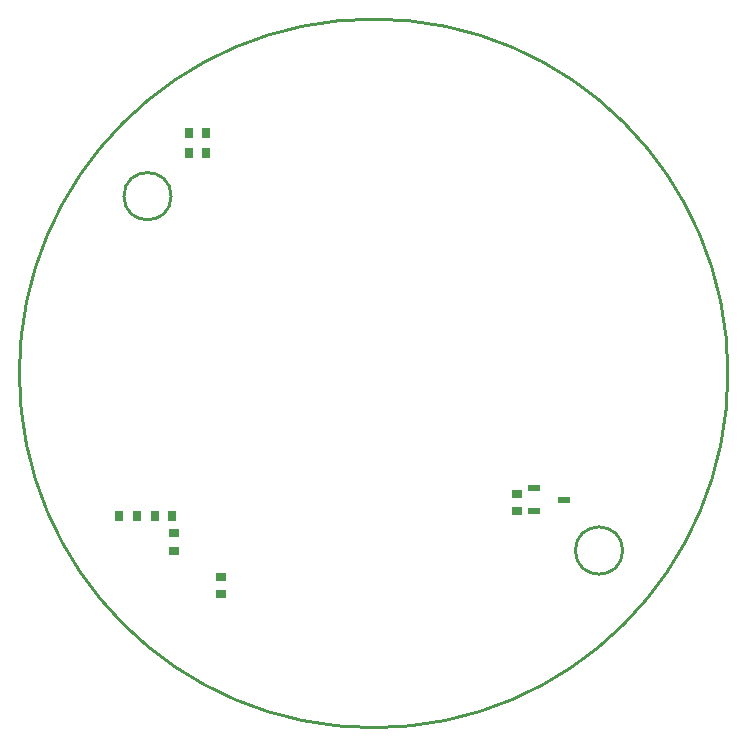
<source format=gbp>
%FSLAX25Y25*%
%MOIN*%
G70*
G01*
G75*
G04 Layer_Color=128*
%ADD10R,0.03937X0.02362*%
%ADD11R,0.03347X0.02756*%
%ADD12R,0.02362X0.03937*%
%ADD13R,0.07874X0.07874*%
%ADD14R,0.02756X0.03347*%
%ADD15O,0.02500X0.05500*%
%ADD16R,0.02500X0.05500*%
%ADD17O,0.03543X0.01969*%
%ADD18R,0.03543X0.01969*%
%ADD19O,0.03543X0.01969*%
%ADD20R,0.04724X0.01969*%
%ADD21O,0.00984X0.04724*%
%ADD22O,0.04724X0.00984*%
%ADD23O,0.04724X0.01772*%
%ADD24O,0.01772X0.04724*%
%ADD25R,0.04724X0.01772*%
%ADD26C,0.06000*%
%ADD27C,0.01000*%
%ADD28C,0.00800*%
%ADD29C,0.05000*%
%ADD30C,0.03000*%
%ADD31C,0.01500*%
%ADD32C,0.02000*%
%ADD33C,0.01200*%
%ADD34C,0.05906*%
%ADD35R,0.05906X0.05906*%
%ADD36P,0.08352X4X200.0*%
%ADD37C,0.06000*%
G04:AMPARAMS|DCode=38|XSize=78.74mil|YSize=118.11mil|CornerRadius=0mil|HoleSize=0mil|Usage=FLASHONLY|Rotation=45.000|XOffset=0mil|YOffset=0mil|HoleType=Round|Shape=Rectangle|*
%AMROTATEDRECTD38*
4,1,4,0.01392,-0.06960,-0.06960,0.01392,-0.01392,0.06960,0.06960,-0.01392,0.01392,-0.06960,0.0*
%
%ADD38ROTATEDRECTD38*%

G04:AMPARAMS|DCode=39|XSize=78.74mil|YSize=118.11mil|CornerRadius=0mil|HoleSize=0mil|Usage=FLASHONLY|Rotation=45.000|XOffset=0mil|YOffset=0mil|HoleType=Round|Shape=Round|*
%AMOVALD39*
21,1,0.03937,0.07874,0.00000,0.00000,135.0*
1,1,0.07874,0.01392,-0.01392*
1,1,0.07874,-0.01392,0.01392*
%
%ADD39OVALD39*%

%ADD40R,0.05906X0.05906*%
%ADD41P,0.08352X4X180.0*%
%ADD42C,0.05000*%
%ADD43C,0.02000*%
%ADD44C,0.04000*%
%ADD45C,0.03000*%
%ADD46C,0.02362*%
%ADD47C,0.00984*%
%ADD48C,0.00787*%
%ADD49C,0.00500*%
%ADD50R,0.04737X0.03162*%
%ADD51R,0.04147X0.03556*%
%ADD52R,0.03162X0.04737*%
%ADD53R,0.08674X0.08674*%
%ADD54R,0.03556X0.04147*%
%ADD55O,0.03300X0.06300*%
%ADD56R,0.03300X0.06300*%
%ADD57O,0.04343X0.02769*%
%ADD58R,0.04343X0.02769*%
%ADD59O,0.04343X0.02769*%
%ADD60R,0.05524X0.02769*%
%ADD61O,0.01784X0.05524*%
%ADD62O,0.05524X0.01784*%
%ADD63O,0.05524X0.02572*%
%ADD64O,0.02572X0.05524*%
%ADD65R,0.05524X0.02572*%
%ADD66C,0.06706*%
%ADD67R,0.06706X0.06706*%
%ADD68P,0.09483X4X200.0*%
%ADD69C,0.06800*%
G04:AMPARAMS|DCode=70|XSize=86.74mil|YSize=126.11mil|CornerRadius=0mil|HoleSize=0mil|Usage=FLASHONLY|Rotation=45.000|XOffset=0mil|YOffset=0mil|HoleType=Round|Shape=Rectangle|*
%AMROTATEDRECTD70*
4,1,4,0.01392,-0.07525,-0.07525,0.01392,-0.01392,0.07525,0.07525,-0.01392,0.01392,-0.07525,0.0*
%
%ADD70ROTATEDRECTD70*%

G04:AMPARAMS|DCode=71|XSize=86.74mil|YSize=126.11mil|CornerRadius=0mil|HoleSize=0mil|Usage=FLASHONLY|Rotation=45.000|XOffset=0mil|YOffset=0mil|HoleType=Round|Shape=Round|*
%AMOVALD71*
21,1,0.03937,0.08674,0.00000,0.00000,135.0*
1,1,0.08674,0.01392,-0.01392*
1,1,0.08674,-0.01392,0.01392*
%
%ADD71OVALD71*%

%ADD72R,0.06706X0.06706*%
%ADD73P,0.09483X4X180.0*%
D10*
X53500Y-46000D02*
D03*
X63342Y-42063D02*
D03*
X53500Y-38126D02*
D03*
D11*
X-66600Y-59100D02*
D03*
Y-53194D02*
D03*
X47700Y-46000D02*
D03*
Y-40095D02*
D03*
X-50900Y-73700D02*
D03*
Y-67795D02*
D03*
D14*
X-79000Y-47400D02*
D03*
X-84905D02*
D03*
X-55800Y80100D02*
D03*
X-61705D02*
D03*
X-55795Y73400D02*
D03*
X-61700D02*
D03*
X-67100Y-47400D02*
D03*
X-73005D02*
D03*
D27*
X118110Y0D02*
G03*
X118110Y0I-118110J0D01*
G01*
X-67500Y59055D02*
G03*
X-67500Y59055I-7874J0D01*
G01*
X83000Y-59055D02*
G03*
X83000Y-59055I-7874J0D01*
G01*
M02*

</source>
